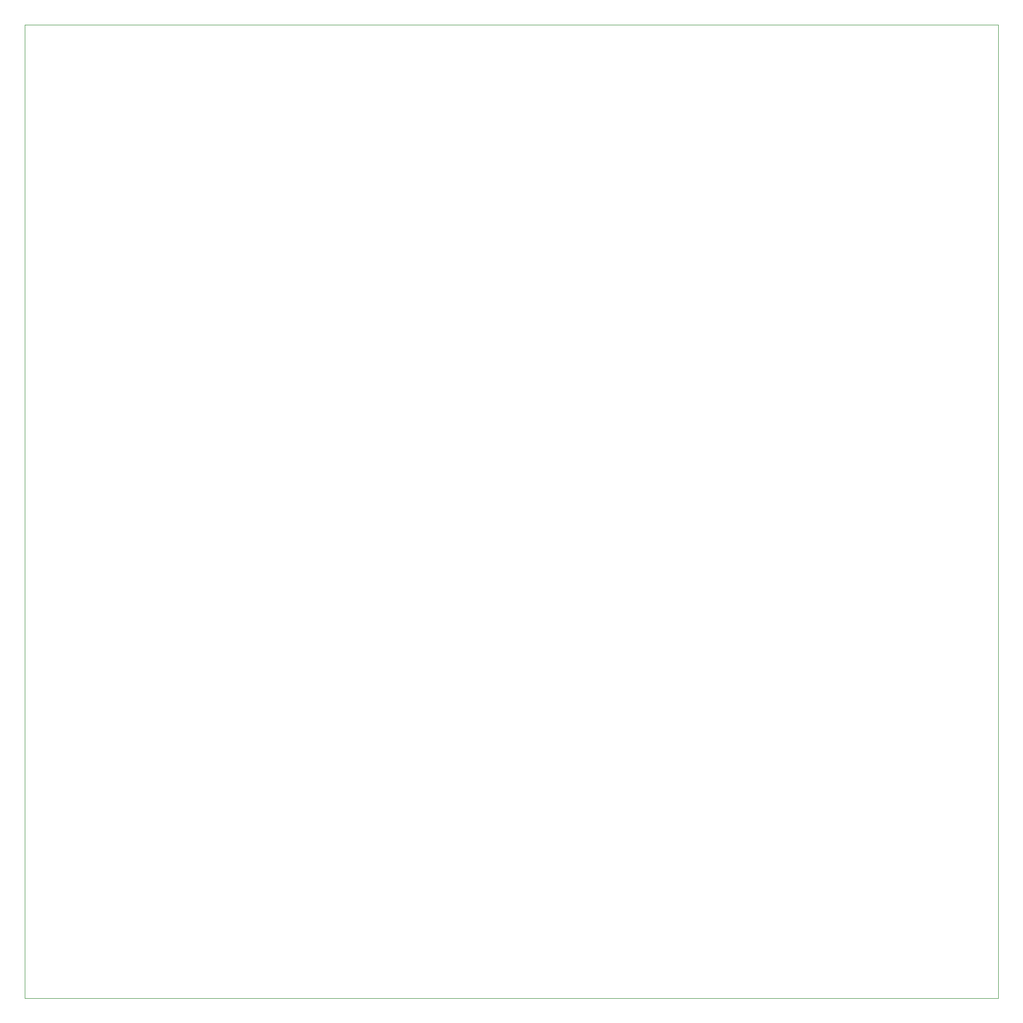
<source format=gbr>
%TF.GenerationSoftware,KiCad,Pcbnew,(6.0.10-0)*%
%TF.CreationDate,2023-04-17T19:00:21-04:00*%
%TF.ProjectId,my_anode,6d795f61-6e6f-4646-952e-6b696361645f,rev?*%
%TF.SameCoordinates,Original*%
%TF.FileFunction,Profile,NP*%
%FSLAX46Y46*%
G04 Gerber Fmt 4.6, Leading zero omitted, Abs format (unit mm)*
G04 Created by KiCad (PCBNEW (6.0.10-0)) date 2023-04-17 19:00:21*
%MOMM*%
%LPD*%
G01*
G04 APERTURE LIST*
%TA.AperFunction,Profile*%
%ADD10C,0.100000*%
%TD*%
G04 APERTURE END LIST*
D10*
X120269000Y-117068600D02*
X283269000Y-117068600D01*
X283269000Y-117068600D02*
X283269000Y-280068600D01*
X283269000Y-280068600D02*
X120269000Y-280068600D01*
X120269000Y-280068600D02*
X120269000Y-117068600D01*
M02*

</source>
